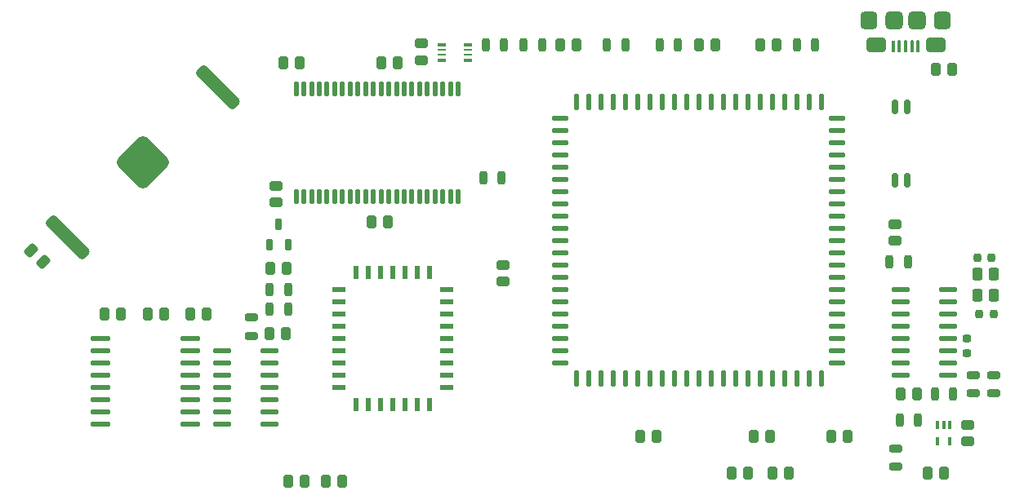
<source format=gtp>
G04 #@! TF.GenerationSoftware,KiCad,Pcbnew,7.0.10*
G04 #@! TF.CreationDate,2024-02-16T16:10:32-05:00*
G04 #@! TF.ProjectId,TimeDisk,54696d65-4469-4736-9b2e-6b696361645f,rev?*
G04 #@! TF.SameCoordinates,Original*
G04 #@! TF.FileFunction,Paste,Top*
G04 #@! TF.FilePolarity,Positive*
%FSLAX46Y46*%
G04 Gerber Fmt 4.6, Leading zero omitted, Abs format (unit mm)*
G04 Created by KiCad (PCBNEW 7.0.10) date 2024-02-16 16:10:32*
%MOMM*%
%LPD*%
G01*
G04 APERTURE LIST*
G04 Aperture macros list*
%AMRoundRect*
0 Rectangle with rounded corners*
0 $1 Rounding radius*
0 $2 $3 $4 $5 $6 $7 $8 $9 X,Y pos of 4 corners*
0 Add a 4 corners polygon primitive as box body*
4,1,4,$2,$3,$4,$5,$6,$7,$8,$9,$2,$3,0*
0 Add four circle primitives for the rounded corners*
1,1,$1+$1,$2,$3*
1,1,$1+$1,$4,$5*
1,1,$1+$1,$6,$7*
1,1,$1+$1,$8,$9*
0 Add four rect primitives between the rounded corners*
20,1,$1+$1,$2,$3,$4,$5,0*
20,1,$1+$1,$4,$5,$6,$7,0*
20,1,$1+$1,$6,$7,$8,$9,0*
20,1,$1+$1,$8,$9,$2,$3,0*%
G04 Aperture macros list end*
%ADD10RoundRect,0.250000X0.250000X0.425000X-0.250000X0.425000X-0.250000X-0.425000X0.250000X-0.425000X0*%
%ADD11RoundRect,0.250000X-0.425000X0.250000X-0.425000X-0.250000X0.425000X-0.250000X0.425000X0.250000X0*%
%ADD12RoundRect,0.200000X-0.200000X-0.475000X0.200000X-0.475000X0.200000X0.475000X-0.200000X0.475000X0*%
%ADD13RoundRect,0.250000X-0.250000X-0.425000X0.250000X-0.425000X0.250000X0.425000X-0.250000X0.425000X0*%
%ADD14RoundRect,0.137500X-0.137500X-0.575000X0.137500X-0.575000X0.137500X0.575000X-0.137500X0.575000X0*%
%ADD15RoundRect,0.137500X-0.575000X-0.137500X0.575000X-0.137500X0.575000X0.137500X-0.575000X0.137500X0*%
%ADD16RoundRect,0.137500X-0.862500X-0.137500X0.862500X-0.137500X0.862500X0.137500X-0.862500X0.137500X0*%
%ADD17RoundRect,0.112500X0.112500X-0.625000X0.112500X0.625000X-0.112500X0.625000X-0.112500X-0.625000X0*%
%ADD18RoundRect,0.330200X-1.481742X1.948716X-1.948716X1.481742X1.481742X-1.948716X1.948716X-1.481742X0*%
%ADD19RoundRect,0.633570X0.000000X2.090674X-2.090674X0.000000X0.000000X-2.090674X2.090674X0.000000X0*%
%ADD20RoundRect,0.250000X0.477297X0.123744X0.123744X0.477297X-0.477297X-0.123744X-0.123744X-0.477297X0*%
%ADD21RoundRect,0.137500X-0.812500X-0.137500X0.812500X-0.137500X0.812500X0.137500X-0.812500X0.137500X0*%
%ADD22RoundRect,0.137500X0.137500X0.687500X-0.137500X0.687500X-0.137500X-0.687500X0.137500X-0.687500X0*%
%ADD23RoundRect,0.137500X0.687500X0.137500X-0.687500X0.137500X-0.687500X-0.137500X0.687500X-0.137500X0*%
%ADD24RoundRect,0.200000X-0.475000X0.200000X-0.475000X-0.200000X0.475000X-0.200000X0.475000X0.200000X0*%
%ADD25RoundRect,0.200000X0.475000X-0.200000X0.475000X0.200000X-0.475000X0.200000X-0.475000X-0.200000X0*%
%ADD26RoundRect,0.250000X0.425000X-0.250000X0.425000X0.250000X-0.425000X0.250000X-0.425000X-0.250000X0*%
%ADD27RoundRect,0.200000X0.200000X0.475000X-0.200000X0.475000X-0.200000X-0.475000X0.200000X-0.475000X0*%
%ADD28RoundRect,0.192500X-0.242500X0.192500X-0.242500X-0.192500X0.242500X-0.192500X0.242500X0.192500X0*%
%ADD29RoundRect,0.175000X0.175000X-0.450000X0.175000X0.450000X-0.175000X0.450000X-0.175000X-0.450000X0*%
%ADD30RoundRect,0.080000X0.080000X0.555000X-0.080000X0.555000X-0.080000X-0.555000X0.080000X-0.555000X0*%
%ADD31RoundRect,0.075000X0.075000X0.550000X-0.075000X0.550000X-0.075000X-0.550000X0.075000X-0.550000X0*%
%ADD32RoundRect,0.437500X0.437500X0.487500X-0.437500X0.487500X-0.437500X-0.487500X0.437500X-0.487500X0*%
%ADD33RoundRect,0.387500X0.637500X0.387500X-0.637500X0.387500X-0.637500X-0.387500X0.637500X-0.387500X0*%
%ADD34RoundRect,0.462500X0.462500X0.462500X-0.462500X0.462500X-0.462500X-0.462500X0.462500X-0.462500X0*%
%ADD35RoundRect,0.080000X-0.080000X0.380000X-0.080000X-0.380000X0.080000X-0.380000X0.080000X0.380000X0*%
%ADD36RoundRect,0.075000X0.375000X0.075000X-0.375000X0.075000X-0.375000X-0.075000X0.375000X-0.075000X0*%
%ADD37RoundRect,0.050000X0.400000X0.050000X-0.400000X0.050000X-0.400000X-0.050000X0.400000X-0.050000X0*%
%ADD38RoundRect,0.075000X0.375000X-0.075000X0.375000X0.075000X-0.375000X0.075000X-0.375000X-0.075000X0*%
%ADD39RoundRect,0.192500X0.192500X0.242500X-0.192500X0.242500X-0.192500X-0.242500X0.192500X-0.242500X0*%
%ADD40RoundRect,0.177500X0.177500X-0.559500X0.177500X0.559500X-0.177500X0.559500X-0.177500X-0.559500X0*%
%ADD41RoundRect,0.192500X-0.192500X-0.242500X0.192500X-0.242500X0.192500X0.242500X-0.192500X0.242500X0*%
%ADD42RoundRect,0.137500X0.812500X0.137500X-0.812500X0.137500X-0.812500X-0.137500X0.812500X-0.137500X0*%
%ADD43RoundRect,0.275000X0.275000X-0.375000X0.275000X0.375000X-0.275000X0.375000X-0.275000X-0.375000X0*%
G04 APERTURE END LIST*
D10*
X171958000Y-85725000D03*
X170258000Y-85725000D03*
X238760000Y-128270000D03*
X237060000Y-128270000D03*
X222680000Y-128270000D03*
X220980000Y-128270000D03*
X200660000Y-83820000D03*
X198960000Y-83820000D03*
D11*
X193040000Y-106680000D03*
X193040000Y-108380000D03*
D12*
X209296000Y-83820000D03*
X211196000Y-83820000D03*
D13*
X168846500Y-113792000D03*
X170546500Y-113792000D03*
X227115000Y-124460000D03*
X228815000Y-124460000D03*
D11*
X233680000Y-102425500D03*
X233680000Y-104125500D03*
D13*
X219710000Y-83820000D03*
X221410000Y-83820000D03*
X213360000Y-83820000D03*
X215060000Y-83820000D03*
X216740000Y-128270000D03*
X218440000Y-128270000D03*
D14*
X181610000Y-107462500D03*
X180340000Y-107462500D03*
X179070000Y-107462500D03*
X177800000Y-107462500D03*
D15*
X176047500Y-109220000D03*
X176047500Y-110490000D03*
X176047500Y-111760000D03*
X176047500Y-113030000D03*
X176047500Y-114300000D03*
X176047500Y-115570000D03*
X176047500Y-116840000D03*
X176047500Y-118110000D03*
X176047500Y-119380000D03*
D14*
X177800000Y-121137500D03*
X179070000Y-121137500D03*
X180340000Y-121137500D03*
X181610000Y-121137500D03*
X182880000Y-121137500D03*
X184150000Y-121137500D03*
X185420000Y-121137500D03*
D15*
X187172500Y-119380000D03*
X187172500Y-118110000D03*
X187172500Y-116840000D03*
X187172500Y-115570000D03*
X187172500Y-114300000D03*
X187172500Y-113030000D03*
X187172500Y-111760000D03*
X187172500Y-110490000D03*
X187172500Y-109220000D03*
D14*
X185420000Y-107462500D03*
X184150000Y-107462500D03*
X182880000Y-107462500D03*
D13*
X179451000Y-102235000D03*
X181151000Y-102235000D03*
D10*
X176403000Y-129159000D03*
X174703000Y-129159000D03*
D13*
X156210000Y-111760000D03*
X157910000Y-111760000D03*
X160655000Y-111760000D03*
X162355000Y-111760000D03*
X180467000Y-85725000D03*
X182167000Y-85725000D03*
D16*
X151306000Y-114300000D03*
X151306000Y-115570000D03*
X151306000Y-116840000D03*
X151306000Y-118110000D03*
X151306000Y-119380000D03*
X151306000Y-120650000D03*
X151306000Y-121920000D03*
X151306000Y-123190000D03*
X160606000Y-123190000D03*
X160606000Y-121920000D03*
X160606000Y-120650000D03*
X160606000Y-119380000D03*
X160606000Y-118110000D03*
X160606000Y-116840000D03*
X160606000Y-115570000D03*
X160606000Y-114300000D03*
D13*
X151765000Y-111760000D03*
X153465000Y-111760000D03*
D17*
X171600000Y-99587500D03*
X172400000Y-99587500D03*
X173200000Y-99587500D03*
X174000000Y-99587500D03*
X174800000Y-99587500D03*
X175600000Y-99587500D03*
X176400000Y-99587500D03*
X177200000Y-99587500D03*
X178000000Y-99587500D03*
X178800000Y-99587500D03*
X179600000Y-99587500D03*
X180400000Y-99587500D03*
X181200000Y-99587500D03*
X182000000Y-99587500D03*
X182800000Y-99587500D03*
X183600000Y-99587500D03*
X184400000Y-99587500D03*
X185200000Y-99587500D03*
X186000000Y-99587500D03*
X186800000Y-99587500D03*
X187600000Y-99587500D03*
X188400000Y-99587500D03*
X188400000Y-88412500D03*
X187600000Y-88412500D03*
X186800000Y-88412500D03*
X186000000Y-88412500D03*
X185200000Y-88412500D03*
X184400000Y-88412500D03*
X183600000Y-88412500D03*
X182800000Y-88412500D03*
X182000000Y-88412500D03*
X181200000Y-88412500D03*
X180400000Y-88412500D03*
X179600000Y-88412500D03*
X178800000Y-88412500D03*
X178000000Y-88412500D03*
X177200000Y-88412500D03*
X176400000Y-88412500D03*
X175600000Y-88412500D03*
X174800000Y-88412500D03*
X174000000Y-88412500D03*
X173200000Y-88412500D03*
X172400000Y-88412500D03*
X171600000Y-88412500D03*
D18*
X163514823Y-88199177D03*
X147889177Y-103824823D03*
D19*
X155702000Y-96012000D03*
D13*
X170766000Y-129159000D03*
X172466000Y-129159000D03*
D20*
X145351500Y-106362500D03*
X144149418Y-105160418D03*
D21*
X163895000Y-115570000D03*
X163895000Y-116840000D03*
X163895000Y-118110000D03*
X163895000Y-119380000D03*
X163895000Y-120650000D03*
X163895000Y-121920000D03*
X163895000Y-123190000D03*
X168845000Y-123190000D03*
X168845000Y-121920000D03*
X168845000Y-120650000D03*
X168845000Y-119380000D03*
X168845000Y-118110000D03*
X168845000Y-116840000D03*
X168845000Y-115570000D03*
D22*
X213360000Y-118490000D03*
X214630000Y-118490000D03*
X215900000Y-118490000D03*
X217170000Y-118490000D03*
X218440000Y-118490000D03*
X219710000Y-118490000D03*
X220980000Y-118490000D03*
X222250000Y-118490000D03*
X223520000Y-118490000D03*
X224790000Y-118490000D03*
X226060000Y-118490000D03*
D23*
X227710000Y-116840000D03*
X227710000Y-115570000D03*
X227710000Y-114300000D03*
X227710000Y-113030000D03*
X227710000Y-111760000D03*
X227710000Y-110490000D03*
X227710000Y-109220000D03*
X227710000Y-107950000D03*
X227710000Y-106680000D03*
X227710000Y-105410000D03*
X227710000Y-104140000D03*
X227710000Y-102870000D03*
X227710000Y-101600000D03*
X227710000Y-100330000D03*
X227710000Y-99060000D03*
X227710000Y-97790000D03*
X227710000Y-96520000D03*
X227710000Y-95250000D03*
X227710000Y-93980000D03*
X227710000Y-92710000D03*
X227710000Y-91440000D03*
D22*
X226060000Y-89790000D03*
X224790000Y-89790000D03*
X223520000Y-89790000D03*
X222250000Y-89790000D03*
X220980000Y-89790000D03*
X219710000Y-89790000D03*
X218440000Y-89790000D03*
X217170000Y-89790000D03*
X215900000Y-89790000D03*
X214630000Y-89790000D03*
X213360000Y-89790000D03*
X212090000Y-89790000D03*
X210820000Y-89790000D03*
X209550000Y-89790000D03*
X208280000Y-89790000D03*
X207010000Y-89790000D03*
X205740000Y-89790000D03*
X204470000Y-89790000D03*
X203200000Y-89790000D03*
X201930000Y-89790000D03*
X200660000Y-89790000D03*
D23*
X199010000Y-91440000D03*
X199010000Y-92710000D03*
X199010000Y-93980000D03*
X199010000Y-95250000D03*
X199010000Y-96520000D03*
X199010000Y-97790000D03*
X199010000Y-99060000D03*
X199010000Y-100330000D03*
X199010000Y-101600000D03*
X199010000Y-102870000D03*
X199010000Y-104140000D03*
X199010000Y-105410000D03*
X199010000Y-106680000D03*
X199010000Y-107950000D03*
X199010000Y-109220000D03*
X199010000Y-110490000D03*
X199010000Y-111760000D03*
X199010000Y-113030000D03*
X199010000Y-114300000D03*
X199010000Y-115570000D03*
X199010000Y-116840000D03*
D22*
X200660000Y-118490000D03*
X201930000Y-118490000D03*
X203200000Y-118490000D03*
X204470000Y-118490000D03*
X205740000Y-118490000D03*
X207010000Y-118490000D03*
X208280000Y-118490000D03*
X209550000Y-118490000D03*
X210820000Y-118490000D03*
X212090000Y-118490000D03*
D12*
X203840000Y-83820000D03*
X205740000Y-83820000D03*
D24*
X233807000Y-125732500D03*
X233807000Y-127632500D03*
D25*
X166941500Y-114046000D03*
X166941500Y-112146000D03*
X241808000Y-120015000D03*
X241808000Y-118115000D03*
D12*
X223522500Y-83820000D03*
X225422500Y-83820000D03*
D13*
X207259000Y-124460000D03*
X208959000Y-124460000D03*
X237950000Y-86350000D03*
X239650000Y-86350000D03*
D26*
X169500000Y-100200000D03*
X169500000Y-98500000D03*
D27*
X193164500Y-83820000D03*
X191264500Y-83820000D03*
D26*
X241250000Y-125000000D03*
X241250000Y-123300000D03*
D28*
X241173000Y-114300000D03*
X241173000Y-115800000D03*
D12*
X234193000Y-122745500D03*
X236093000Y-122745500D03*
D29*
X168850000Y-104550000D03*
X170750000Y-104550000D03*
X169800000Y-102450000D03*
D30*
X236100000Y-83975000D03*
X235450000Y-83975000D03*
X234800000Y-83975000D03*
X234150000Y-83975000D03*
D31*
X233500000Y-83975000D03*
D32*
X238600000Y-81300000D03*
D33*
X237900000Y-83850000D03*
D34*
X236000000Y-81300000D03*
X233600000Y-81300000D03*
D33*
X231700000Y-83850000D03*
D32*
X231000000Y-81300000D03*
D13*
X234251500Y-120078500D03*
X235951500Y-120078500D03*
D27*
X239710000Y-120078500D03*
X237810000Y-120078500D03*
D35*
X239400000Y-123300000D03*
X238750000Y-123300000D03*
X238100000Y-123300000D03*
X238100000Y-125000000D03*
X239400000Y-125000000D03*
D26*
X184550000Y-85400000D03*
X184550000Y-83700000D03*
D36*
X189400000Y-85400000D03*
D37*
X189400000Y-84850000D03*
X189400000Y-84350000D03*
D36*
X189400000Y-83800000D03*
D38*
X186700000Y-83800000D03*
D37*
X186700000Y-84350000D03*
X186700000Y-84850000D03*
D36*
X186700000Y-85400000D03*
D39*
X243900000Y-111750000D03*
X242400000Y-111750000D03*
D12*
X168846500Y-109220000D03*
X170746500Y-109220000D03*
D40*
X233680000Y-97917000D03*
X234950000Y-97917000D03*
X234950000Y-90297000D03*
X233680000Y-90297000D03*
D13*
X219050500Y-124460000D03*
X220750500Y-124460000D03*
D27*
X197101500Y-83820000D03*
X195201500Y-83820000D03*
X235011000Y-106362500D03*
X233111000Y-106362500D03*
X192910500Y-97599500D03*
X191010500Y-97599500D03*
D10*
X170650000Y-106999999D03*
X168950000Y-106999999D03*
D41*
X242200000Y-105900000D03*
X243700000Y-105900000D03*
D42*
X239201500Y-118110000D03*
X239201500Y-116840000D03*
X239201500Y-115570000D03*
X239201500Y-114300000D03*
X239201500Y-113030000D03*
X239201500Y-111760000D03*
X239201500Y-110490000D03*
X239201500Y-109220000D03*
X234251500Y-109220000D03*
X234251500Y-110490000D03*
X234251500Y-111760000D03*
X234251500Y-113030000D03*
X234251500Y-114300000D03*
X234251500Y-115570000D03*
X234251500Y-116840000D03*
X234251500Y-118110000D03*
D24*
X243903500Y-118115000D03*
X243903500Y-120015000D03*
D43*
X243899400Y-109849400D03*
X243899400Y-107649400D03*
X242199400Y-107649400D03*
X242199400Y-109849400D03*
D12*
X168846500Y-111252000D03*
X170746500Y-111252000D03*
M02*

</source>
